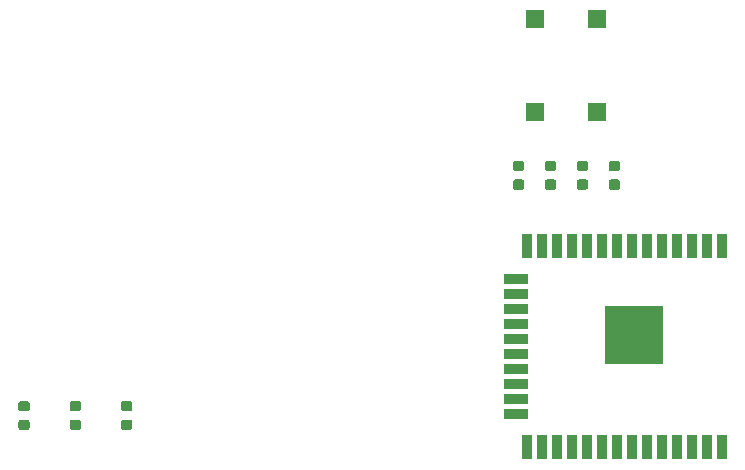
<source format=gbr>
G04 #@! TF.GenerationSoftware,KiCad,Pcbnew,(5.1.5)-3*
G04 #@! TF.CreationDate,2020-10-24T18:19:01+09:00*
G04 #@! TF.ProjectId,wallswitch_schematic_alpha,77616c6c-7377-4697-9463-685f73636865,rev?*
G04 #@! TF.SameCoordinates,Original*
G04 #@! TF.FileFunction,Paste,Top*
G04 #@! TF.FilePolarity,Positive*
%FSLAX46Y46*%
G04 Gerber Fmt 4.6, Leading zero omitted, Abs format (unit mm)*
G04 Created by KiCad (PCBNEW (5.1.5)-3) date 2020-10-24 18:19:01*
%MOMM*%
%LPD*%
G04 APERTURE LIST*
%ADD10R,5.000000X5.000000*%
%ADD11R,0.900000X2.000000*%
%ADD12R,2.000000X0.900000*%
%ADD13C,0.100000*%
%ADD14R,1.500000X1.500000*%
G04 APERTURE END LIST*
D10*
X218215000Y-108080000D03*
D11*
X225715000Y-100580000D03*
X224445000Y-100580000D03*
X223175000Y-100580000D03*
X221905000Y-100580000D03*
X220635000Y-100580000D03*
X219365000Y-100580000D03*
X218095000Y-100580000D03*
X216825000Y-100580000D03*
X215555000Y-100580000D03*
X214285000Y-100580000D03*
X213015000Y-100580000D03*
X211745000Y-100580000D03*
X210475000Y-100580000D03*
X209205000Y-100580000D03*
D12*
X208205000Y-103365000D03*
X208205000Y-104635000D03*
X208205000Y-105905000D03*
X208205000Y-107175000D03*
X208205000Y-108445000D03*
X208205000Y-109715000D03*
X208205000Y-110985000D03*
X208205000Y-112255000D03*
X208205000Y-113525000D03*
X208205000Y-114795000D03*
D11*
X209205000Y-117580000D03*
X210475000Y-117580000D03*
X211745000Y-117580000D03*
X213015000Y-117580000D03*
X214285000Y-117580000D03*
X215555000Y-117580000D03*
X216825000Y-117580000D03*
X218095000Y-117580000D03*
X219365000Y-117580000D03*
X220635000Y-117580000D03*
X221905000Y-117580000D03*
X223175000Y-117580000D03*
X224445000Y-117580000D03*
X225715000Y-117580000D03*
D13*
G36*
X166857191Y-115269553D02*
G01*
X166878426Y-115272703D01*
X166899250Y-115277919D01*
X166919462Y-115285151D01*
X166938868Y-115294330D01*
X166957281Y-115305366D01*
X166974524Y-115318154D01*
X166990430Y-115332570D01*
X167004846Y-115348476D01*
X167017634Y-115365719D01*
X167028670Y-115384132D01*
X167037849Y-115403538D01*
X167045081Y-115423750D01*
X167050297Y-115444574D01*
X167053447Y-115465809D01*
X167054500Y-115487250D01*
X167054500Y-115924750D01*
X167053447Y-115946191D01*
X167050297Y-115967426D01*
X167045081Y-115988250D01*
X167037849Y-116008462D01*
X167028670Y-116027868D01*
X167017634Y-116046281D01*
X167004846Y-116063524D01*
X166990430Y-116079430D01*
X166974524Y-116093846D01*
X166957281Y-116106634D01*
X166938868Y-116117670D01*
X166919462Y-116126849D01*
X166899250Y-116134081D01*
X166878426Y-116139297D01*
X166857191Y-116142447D01*
X166835750Y-116143500D01*
X166323250Y-116143500D01*
X166301809Y-116142447D01*
X166280574Y-116139297D01*
X166259750Y-116134081D01*
X166239538Y-116126849D01*
X166220132Y-116117670D01*
X166201719Y-116106634D01*
X166184476Y-116093846D01*
X166168570Y-116079430D01*
X166154154Y-116063524D01*
X166141366Y-116046281D01*
X166130330Y-116027868D01*
X166121151Y-116008462D01*
X166113919Y-115988250D01*
X166108703Y-115967426D01*
X166105553Y-115946191D01*
X166104500Y-115924750D01*
X166104500Y-115487250D01*
X166105553Y-115465809D01*
X166108703Y-115444574D01*
X166113919Y-115423750D01*
X166121151Y-115403538D01*
X166130330Y-115384132D01*
X166141366Y-115365719D01*
X166154154Y-115348476D01*
X166168570Y-115332570D01*
X166184476Y-115318154D01*
X166201719Y-115305366D01*
X166220132Y-115294330D01*
X166239538Y-115285151D01*
X166259750Y-115277919D01*
X166280574Y-115272703D01*
X166301809Y-115269553D01*
X166323250Y-115268500D01*
X166835750Y-115268500D01*
X166857191Y-115269553D01*
G37*
G36*
X166857191Y-113694553D02*
G01*
X166878426Y-113697703D01*
X166899250Y-113702919D01*
X166919462Y-113710151D01*
X166938868Y-113719330D01*
X166957281Y-113730366D01*
X166974524Y-113743154D01*
X166990430Y-113757570D01*
X167004846Y-113773476D01*
X167017634Y-113790719D01*
X167028670Y-113809132D01*
X167037849Y-113828538D01*
X167045081Y-113848750D01*
X167050297Y-113869574D01*
X167053447Y-113890809D01*
X167054500Y-113912250D01*
X167054500Y-114349750D01*
X167053447Y-114371191D01*
X167050297Y-114392426D01*
X167045081Y-114413250D01*
X167037849Y-114433462D01*
X167028670Y-114452868D01*
X167017634Y-114471281D01*
X167004846Y-114488524D01*
X166990430Y-114504430D01*
X166974524Y-114518846D01*
X166957281Y-114531634D01*
X166938868Y-114542670D01*
X166919462Y-114551849D01*
X166899250Y-114559081D01*
X166878426Y-114564297D01*
X166857191Y-114567447D01*
X166835750Y-114568500D01*
X166323250Y-114568500D01*
X166301809Y-114567447D01*
X166280574Y-114564297D01*
X166259750Y-114559081D01*
X166239538Y-114551849D01*
X166220132Y-114542670D01*
X166201719Y-114531634D01*
X166184476Y-114518846D01*
X166168570Y-114504430D01*
X166154154Y-114488524D01*
X166141366Y-114471281D01*
X166130330Y-114452868D01*
X166121151Y-114433462D01*
X166113919Y-114413250D01*
X166108703Y-114392426D01*
X166105553Y-114371191D01*
X166104500Y-114349750D01*
X166104500Y-113912250D01*
X166105553Y-113890809D01*
X166108703Y-113869574D01*
X166113919Y-113848750D01*
X166121151Y-113828538D01*
X166130330Y-113809132D01*
X166141366Y-113790719D01*
X166154154Y-113773476D01*
X166168570Y-113757570D01*
X166184476Y-113743154D01*
X166201719Y-113730366D01*
X166220132Y-113719330D01*
X166239538Y-113710151D01*
X166259750Y-113702919D01*
X166280574Y-113697703D01*
X166301809Y-113694553D01*
X166323250Y-113693500D01*
X166835750Y-113693500D01*
X166857191Y-113694553D01*
G37*
G36*
X208737691Y-94931053D02*
G01*
X208758926Y-94934203D01*
X208779750Y-94939419D01*
X208799962Y-94946651D01*
X208819368Y-94955830D01*
X208837781Y-94966866D01*
X208855024Y-94979654D01*
X208870930Y-94994070D01*
X208885346Y-95009976D01*
X208898134Y-95027219D01*
X208909170Y-95045632D01*
X208918349Y-95065038D01*
X208925581Y-95085250D01*
X208930797Y-95106074D01*
X208933947Y-95127309D01*
X208935000Y-95148750D01*
X208935000Y-95586250D01*
X208933947Y-95607691D01*
X208930797Y-95628926D01*
X208925581Y-95649750D01*
X208918349Y-95669962D01*
X208909170Y-95689368D01*
X208898134Y-95707781D01*
X208885346Y-95725024D01*
X208870930Y-95740930D01*
X208855024Y-95755346D01*
X208837781Y-95768134D01*
X208819368Y-95779170D01*
X208799962Y-95788349D01*
X208779750Y-95795581D01*
X208758926Y-95800797D01*
X208737691Y-95803947D01*
X208716250Y-95805000D01*
X208203750Y-95805000D01*
X208182309Y-95803947D01*
X208161074Y-95800797D01*
X208140250Y-95795581D01*
X208120038Y-95788349D01*
X208100632Y-95779170D01*
X208082219Y-95768134D01*
X208064976Y-95755346D01*
X208049070Y-95740930D01*
X208034654Y-95725024D01*
X208021866Y-95707781D01*
X208010830Y-95689368D01*
X208001651Y-95669962D01*
X207994419Y-95649750D01*
X207989203Y-95628926D01*
X207986053Y-95607691D01*
X207985000Y-95586250D01*
X207985000Y-95148750D01*
X207986053Y-95127309D01*
X207989203Y-95106074D01*
X207994419Y-95085250D01*
X208001651Y-95065038D01*
X208010830Y-95045632D01*
X208021866Y-95027219D01*
X208034654Y-95009976D01*
X208049070Y-94994070D01*
X208064976Y-94979654D01*
X208082219Y-94966866D01*
X208100632Y-94955830D01*
X208120038Y-94946651D01*
X208140250Y-94939419D01*
X208161074Y-94934203D01*
X208182309Y-94931053D01*
X208203750Y-94930000D01*
X208716250Y-94930000D01*
X208737691Y-94931053D01*
G37*
G36*
X208737691Y-93356053D02*
G01*
X208758926Y-93359203D01*
X208779750Y-93364419D01*
X208799962Y-93371651D01*
X208819368Y-93380830D01*
X208837781Y-93391866D01*
X208855024Y-93404654D01*
X208870930Y-93419070D01*
X208885346Y-93434976D01*
X208898134Y-93452219D01*
X208909170Y-93470632D01*
X208918349Y-93490038D01*
X208925581Y-93510250D01*
X208930797Y-93531074D01*
X208933947Y-93552309D01*
X208935000Y-93573750D01*
X208935000Y-94011250D01*
X208933947Y-94032691D01*
X208930797Y-94053926D01*
X208925581Y-94074750D01*
X208918349Y-94094962D01*
X208909170Y-94114368D01*
X208898134Y-94132781D01*
X208885346Y-94150024D01*
X208870930Y-94165930D01*
X208855024Y-94180346D01*
X208837781Y-94193134D01*
X208819368Y-94204170D01*
X208799962Y-94213349D01*
X208779750Y-94220581D01*
X208758926Y-94225797D01*
X208737691Y-94228947D01*
X208716250Y-94230000D01*
X208203750Y-94230000D01*
X208182309Y-94228947D01*
X208161074Y-94225797D01*
X208140250Y-94220581D01*
X208120038Y-94213349D01*
X208100632Y-94204170D01*
X208082219Y-94193134D01*
X208064976Y-94180346D01*
X208049070Y-94165930D01*
X208034654Y-94150024D01*
X208021866Y-94132781D01*
X208010830Y-94114368D01*
X208001651Y-94094962D01*
X207994419Y-94074750D01*
X207989203Y-94053926D01*
X207986053Y-94032691D01*
X207985000Y-94011250D01*
X207985000Y-93573750D01*
X207986053Y-93552309D01*
X207989203Y-93531074D01*
X207994419Y-93510250D01*
X208001651Y-93490038D01*
X208010830Y-93470632D01*
X208021866Y-93452219D01*
X208034654Y-93434976D01*
X208049070Y-93419070D01*
X208064976Y-93404654D01*
X208082219Y-93391866D01*
X208100632Y-93380830D01*
X208120038Y-93371651D01*
X208140250Y-93364419D01*
X208161074Y-93359203D01*
X208182309Y-93356053D01*
X208203750Y-93355000D01*
X208716250Y-93355000D01*
X208737691Y-93356053D01*
G37*
G36*
X211437691Y-93356053D02*
G01*
X211458926Y-93359203D01*
X211479750Y-93364419D01*
X211499962Y-93371651D01*
X211519368Y-93380830D01*
X211537781Y-93391866D01*
X211555024Y-93404654D01*
X211570930Y-93419070D01*
X211585346Y-93434976D01*
X211598134Y-93452219D01*
X211609170Y-93470632D01*
X211618349Y-93490038D01*
X211625581Y-93510250D01*
X211630797Y-93531074D01*
X211633947Y-93552309D01*
X211635000Y-93573750D01*
X211635000Y-94011250D01*
X211633947Y-94032691D01*
X211630797Y-94053926D01*
X211625581Y-94074750D01*
X211618349Y-94094962D01*
X211609170Y-94114368D01*
X211598134Y-94132781D01*
X211585346Y-94150024D01*
X211570930Y-94165930D01*
X211555024Y-94180346D01*
X211537781Y-94193134D01*
X211519368Y-94204170D01*
X211499962Y-94213349D01*
X211479750Y-94220581D01*
X211458926Y-94225797D01*
X211437691Y-94228947D01*
X211416250Y-94230000D01*
X210903750Y-94230000D01*
X210882309Y-94228947D01*
X210861074Y-94225797D01*
X210840250Y-94220581D01*
X210820038Y-94213349D01*
X210800632Y-94204170D01*
X210782219Y-94193134D01*
X210764976Y-94180346D01*
X210749070Y-94165930D01*
X210734654Y-94150024D01*
X210721866Y-94132781D01*
X210710830Y-94114368D01*
X210701651Y-94094962D01*
X210694419Y-94074750D01*
X210689203Y-94053926D01*
X210686053Y-94032691D01*
X210685000Y-94011250D01*
X210685000Y-93573750D01*
X210686053Y-93552309D01*
X210689203Y-93531074D01*
X210694419Y-93510250D01*
X210701651Y-93490038D01*
X210710830Y-93470632D01*
X210721866Y-93452219D01*
X210734654Y-93434976D01*
X210749070Y-93419070D01*
X210764976Y-93404654D01*
X210782219Y-93391866D01*
X210800632Y-93380830D01*
X210820038Y-93371651D01*
X210840250Y-93364419D01*
X210861074Y-93359203D01*
X210882309Y-93356053D01*
X210903750Y-93355000D01*
X211416250Y-93355000D01*
X211437691Y-93356053D01*
G37*
G36*
X211437691Y-94931053D02*
G01*
X211458926Y-94934203D01*
X211479750Y-94939419D01*
X211499962Y-94946651D01*
X211519368Y-94955830D01*
X211537781Y-94966866D01*
X211555024Y-94979654D01*
X211570930Y-94994070D01*
X211585346Y-95009976D01*
X211598134Y-95027219D01*
X211609170Y-95045632D01*
X211618349Y-95065038D01*
X211625581Y-95085250D01*
X211630797Y-95106074D01*
X211633947Y-95127309D01*
X211635000Y-95148750D01*
X211635000Y-95586250D01*
X211633947Y-95607691D01*
X211630797Y-95628926D01*
X211625581Y-95649750D01*
X211618349Y-95669962D01*
X211609170Y-95689368D01*
X211598134Y-95707781D01*
X211585346Y-95725024D01*
X211570930Y-95740930D01*
X211555024Y-95755346D01*
X211537781Y-95768134D01*
X211519368Y-95779170D01*
X211499962Y-95788349D01*
X211479750Y-95795581D01*
X211458926Y-95800797D01*
X211437691Y-95803947D01*
X211416250Y-95805000D01*
X210903750Y-95805000D01*
X210882309Y-95803947D01*
X210861074Y-95800797D01*
X210840250Y-95795581D01*
X210820038Y-95788349D01*
X210800632Y-95779170D01*
X210782219Y-95768134D01*
X210764976Y-95755346D01*
X210749070Y-95740930D01*
X210734654Y-95725024D01*
X210721866Y-95707781D01*
X210710830Y-95689368D01*
X210701651Y-95669962D01*
X210694419Y-95649750D01*
X210689203Y-95628926D01*
X210686053Y-95607691D01*
X210685000Y-95586250D01*
X210685000Y-95148750D01*
X210686053Y-95127309D01*
X210689203Y-95106074D01*
X210694419Y-95085250D01*
X210701651Y-95065038D01*
X210710830Y-95045632D01*
X210721866Y-95027219D01*
X210734654Y-95009976D01*
X210749070Y-94994070D01*
X210764976Y-94979654D01*
X210782219Y-94966866D01*
X210800632Y-94955830D01*
X210820038Y-94946651D01*
X210840250Y-94939419D01*
X210861074Y-94934203D01*
X210882309Y-94931053D01*
X210903750Y-94930000D01*
X211416250Y-94930000D01*
X211437691Y-94931053D01*
G37*
D14*
X209860000Y-89180000D03*
X209860000Y-81380000D03*
X215060000Y-81380000D03*
X215060000Y-89180000D03*
D13*
G36*
X214137691Y-93343553D02*
G01*
X214158926Y-93346703D01*
X214179750Y-93351919D01*
X214199962Y-93359151D01*
X214219368Y-93368330D01*
X214237781Y-93379366D01*
X214255024Y-93392154D01*
X214270930Y-93406570D01*
X214285346Y-93422476D01*
X214298134Y-93439719D01*
X214309170Y-93458132D01*
X214318349Y-93477538D01*
X214325581Y-93497750D01*
X214330797Y-93518574D01*
X214333947Y-93539809D01*
X214335000Y-93561250D01*
X214335000Y-93998750D01*
X214333947Y-94020191D01*
X214330797Y-94041426D01*
X214325581Y-94062250D01*
X214318349Y-94082462D01*
X214309170Y-94101868D01*
X214298134Y-94120281D01*
X214285346Y-94137524D01*
X214270930Y-94153430D01*
X214255024Y-94167846D01*
X214237781Y-94180634D01*
X214219368Y-94191670D01*
X214199962Y-94200849D01*
X214179750Y-94208081D01*
X214158926Y-94213297D01*
X214137691Y-94216447D01*
X214116250Y-94217500D01*
X213603750Y-94217500D01*
X213582309Y-94216447D01*
X213561074Y-94213297D01*
X213540250Y-94208081D01*
X213520038Y-94200849D01*
X213500632Y-94191670D01*
X213482219Y-94180634D01*
X213464976Y-94167846D01*
X213449070Y-94153430D01*
X213434654Y-94137524D01*
X213421866Y-94120281D01*
X213410830Y-94101868D01*
X213401651Y-94082462D01*
X213394419Y-94062250D01*
X213389203Y-94041426D01*
X213386053Y-94020191D01*
X213385000Y-93998750D01*
X213385000Y-93561250D01*
X213386053Y-93539809D01*
X213389203Y-93518574D01*
X213394419Y-93497750D01*
X213401651Y-93477538D01*
X213410830Y-93458132D01*
X213421866Y-93439719D01*
X213434654Y-93422476D01*
X213449070Y-93406570D01*
X213464976Y-93392154D01*
X213482219Y-93379366D01*
X213500632Y-93368330D01*
X213520038Y-93359151D01*
X213540250Y-93351919D01*
X213561074Y-93346703D01*
X213582309Y-93343553D01*
X213603750Y-93342500D01*
X214116250Y-93342500D01*
X214137691Y-93343553D01*
G37*
G36*
X214137691Y-94918553D02*
G01*
X214158926Y-94921703D01*
X214179750Y-94926919D01*
X214199962Y-94934151D01*
X214219368Y-94943330D01*
X214237781Y-94954366D01*
X214255024Y-94967154D01*
X214270930Y-94981570D01*
X214285346Y-94997476D01*
X214298134Y-95014719D01*
X214309170Y-95033132D01*
X214318349Y-95052538D01*
X214325581Y-95072750D01*
X214330797Y-95093574D01*
X214333947Y-95114809D01*
X214335000Y-95136250D01*
X214335000Y-95573750D01*
X214333947Y-95595191D01*
X214330797Y-95616426D01*
X214325581Y-95637250D01*
X214318349Y-95657462D01*
X214309170Y-95676868D01*
X214298134Y-95695281D01*
X214285346Y-95712524D01*
X214270930Y-95728430D01*
X214255024Y-95742846D01*
X214237781Y-95755634D01*
X214219368Y-95766670D01*
X214199962Y-95775849D01*
X214179750Y-95783081D01*
X214158926Y-95788297D01*
X214137691Y-95791447D01*
X214116250Y-95792500D01*
X213603750Y-95792500D01*
X213582309Y-95791447D01*
X213561074Y-95788297D01*
X213540250Y-95783081D01*
X213520038Y-95775849D01*
X213500632Y-95766670D01*
X213482219Y-95755634D01*
X213464976Y-95742846D01*
X213449070Y-95728430D01*
X213434654Y-95712524D01*
X213421866Y-95695281D01*
X213410830Y-95676868D01*
X213401651Y-95657462D01*
X213394419Y-95637250D01*
X213389203Y-95616426D01*
X213386053Y-95595191D01*
X213385000Y-95573750D01*
X213385000Y-95136250D01*
X213386053Y-95114809D01*
X213389203Y-95093574D01*
X213394419Y-95072750D01*
X213401651Y-95052538D01*
X213410830Y-95033132D01*
X213421866Y-95014719D01*
X213434654Y-94997476D01*
X213449070Y-94981570D01*
X213464976Y-94967154D01*
X213482219Y-94954366D01*
X213500632Y-94943330D01*
X213520038Y-94934151D01*
X213540250Y-94926919D01*
X213561074Y-94921703D01*
X213582309Y-94918553D01*
X213603750Y-94917500D01*
X214116250Y-94917500D01*
X214137691Y-94918553D01*
G37*
G36*
X216837691Y-93356053D02*
G01*
X216858926Y-93359203D01*
X216879750Y-93364419D01*
X216899962Y-93371651D01*
X216919368Y-93380830D01*
X216937781Y-93391866D01*
X216955024Y-93404654D01*
X216970930Y-93419070D01*
X216985346Y-93434976D01*
X216998134Y-93452219D01*
X217009170Y-93470632D01*
X217018349Y-93490038D01*
X217025581Y-93510250D01*
X217030797Y-93531074D01*
X217033947Y-93552309D01*
X217035000Y-93573750D01*
X217035000Y-94011250D01*
X217033947Y-94032691D01*
X217030797Y-94053926D01*
X217025581Y-94074750D01*
X217018349Y-94094962D01*
X217009170Y-94114368D01*
X216998134Y-94132781D01*
X216985346Y-94150024D01*
X216970930Y-94165930D01*
X216955024Y-94180346D01*
X216937781Y-94193134D01*
X216919368Y-94204170D01*
X216899962Y-94213349D01*
X216879750Y-94220581D01*
X216858926Y-94225797D01*
X216837691Y-94228947D01*
X216816250Y-94230000D01*
X216303750Y-94230000D01*
X216282309Y-94228947D01*
X216261074Y-94225797D01*
X216240250Y-94220581D01*
X216220038Y-94213349D01*
X216200632Y-94204170D01*
X216182219Y-94193134D01*
X216164976Y-94180346D01*
X216149070Y-94165930D01*
X216134654Y-94150024D01*
X216121866Y-94132781D01*
X216110830Y-94114368D01*
X216101651Y-94094962D01*
X216094419Y-94074750D01*
X216089203Y-94053926D01*
X216086053Y-94032691D01*
X216085000Y-94011250D01*
X216085000Y-93573750D01*
X216086053Y-93552309D01*
X216089203Y-93531074D01*
X216094419Y-93510250D01*
X216101651Y-93490038D01*
X216110830Y-93470632D01*
X216121866Y-93452219D01*
X216134654Y-93434976D01*
X216149070Y-93419070D01*
X216164976Y-93404654D01*
X216182219Y-93391866D01*
X216200632Y-93380830D01*
X216220038Y-93371651D01*
X216240250Y-93364419D01*
X216261074Y-93359203D01*
X216282309Y-93356053D01*
X216303750Y-93355000D01*
X216816250Y-93355000D01*
X216837691Y-93356053D01*
G37*
G36*
X216837691Y-94931053D02*
G01*
X216858926Y-94934203D01*
X216879750Y-94939419D01*
X216899962Y-94946651D01*
X216919368Y-94955830D01*
X216937781Y-94966866D01*
X216955024Y-94979654D01*
X216970930Y-94994070D01*
X216985346Y-95009976D01*
X216998134Y-95027219D01*
X217009170Y-95045632D01*
X217018349Y-95065038D01*
X217025581Y-95085250D01*
X217030797Y-95106074D01*
X217033947Y-95127309D01*
X217035000Y-95148750D01*
X217035000Y-95586250D01*
X217033947Y-95607691D01*
X217030797Y-95628926D01*
X217025581Y-95649750D01*
X217018349Y-95669962D01*
X217009170Y-95689368D01*
X216998134Y-95707781D01*
X216985346Y-95725024D01*
X216970930Y-95740930D01*
X216955024Y-95755346D01*
X216937781Y-95768134D01*
X216919368Y-95779170D01*
X216899962Y-95788349D01*
X216879750Y-95795581D01*
X216858926Y-95800797D01*
X216837691Y-95803947D01*
X216816250Y-95805000D01*
X216303750Y-95805000D01*
X216282309Y-95803947D01*
X216261074Y-95800797D01*
X216240250Y-95795581D01*
X216220038Y-95788349D01*
X216200632Y-95779170D01*
X216182219Y-95768134D01*
X216164976Y-95755346D01*
X216149070Y-95740930D01*
X216134654Y-95725024D01*
X216121866Y-95707781D01*
X216110830Y-95689368D01*
X216101651Y-95669962D01*
X216094419Y-95649750D01*
X216089203Y-95628926D01*
X216086053Y-95607691D01*
X216085000Y-95586250D01*
X216085000Y-95148750D01*
X216086053Y-95127309D01*
X216089203Y-95106074D01*
X216094419Y-95085250D01*
X216101651Y-95065038D01*
X216110830Y-95045632D01*
X216121866Y-95027219D01*
X216134654Y-95009976D01*
X216149070Y-94994070D01*
X216164976Y-94979654D01*
X216182219Y-94966866D01*
X216200632Y-94955830D01*
X216220038Y-94946651D01*
X216240250Y-94939419D01*
X216261074Y-94934203D01*
X216282309Y-94931053D01*
X216303750Y-94930000D01*
X216816250Y-94930000D01*
X216837691Y-94931053D01*
G37*
G36*
X171207191Y-113694553D02*
G01*
X171228426Y-113697703D01*
X171249250Y-113702919D01*
X171269462Y-113710151D01*
X171288868Y-113719330D01*
X171307281Y-113730366D01*
X171324524Y-113743154D01*
X171340430Y-113757570D01*
X171354846Y-113773476D01*
X171367634Y-113790719D01*
X171378670Y-113809132D01*
X171387849Y-113828538D01*
X171395081Y-113848750D01*
X171400297Y-113869574D01*
X171403447Y-113890809D01*
X171404500Y-113912250D01*
X171404500Y-114349750D01*
X171403447Y-114371191D01*
X171400297Y-114392426D01*
X171395081Y-114413250D01*
X171387849Y-114433462D01*
X171378670Y-114452868D01*
X171367634Y-114471281D01*
X171354846Y-114488524D01*
X171340430Y-114504430D01*
X171324524Y-114518846D01*
X171307281Y-114531634D01*
X171288868Y-114542670D01*
X171269462Y-114551849D01*
X171249250Y-114559081D01*
X171228426Y-114564297D01*
X171207191Y-114567447D01*
X171185750Y-114568500D01*
X170673250Y-114568500D01*
X170651809Y-114567447D01*
X170630574Y-114564297D01*
X170609750Y-114559081D01*
X170589538Y-114551849D01*
X170570132Y-114542670D01*
X170551719Y-114531634D01*
X170534476Y-114518846D01*
X170518570Y-114504430D01*
X170504154Y-114488524D01*
X170491366Y-114471281D01*
X170480330Y-114452868D01*
X170471151Y-114433462D01*
X170463919Y-114413250D01*
X170458703Y-114392426D01*
X170455553Y-114371191D01*
X170454500Y-114349750D01*
X170454500Y-113912250D01*
X170455553Y-113890809D01*
X170458703Y-113869574D01*
X170463919Y-113848750D01*
X170471151Y-113828538D01*
X170480330Y-113809132D01*
X170491366Y-113790719D01*
X170504154Y-113773476D01*
X170518570Y-113757570D01*
X170534476Y-113743154D01*
X170551719Y-113730366D01*
X170570132Y-113719330D01*
X170589538Y-113710151D01*
X170609750Y-113702919D01*
X170630574Y-113697703D01*
X170651809Y-113694553D01*
X170673250Y-113693500D01*
X171185750Y-113693500D01*
X171207191Y-113694553D01*
G37*
G36*
X171207191Y-115269553D02*
G01*
X171228426Y-115272703D01*
X171249250Y-115277919D01*
X171269462Y-115285151D01*
X171288868Y-115294330D01*
X171307281Y-115305366D01*
X171324524Y-115318154D01*
X171340430Y-115332570D01*
X171354846Y-115348476D01*
X171367634Y-115365719D01*
X171378670Y-115384132D01*
X171387849Y-115403538D01*
X171395081Y-115423750D01*
X171400297Y-115444574D01*
X171403447Y-115465809D01*
X171404500Y-115487250D01*
X171404500Y-115924750D01*
X171403447Y-115946191D01*
X171400297Y-115967426D01*
X171395081Y-115988250D01*
X171387849Y-116008462D01*
X171378670Y-116027868D01*
X171367634Y-116046281D01*
X171354846Y-116063524D01*
X171340430Y-116079430D01*
X171324524Y-116093846D01*
X171307281Y-116106634D01*
X171288868Y-116117670D01*
X171269462Y-116126849D01*
X171249250Y-116134081D01*
X171228426Y-116139297D01*
X171207191Y-116142447D01*
X171185750Y-116143500D01*
X170673250Y-116143500D01*
X170651809Y-116142447D01*
X170630574Y-116139297D01*
X170609750Y-116134081D01*
X170589538Y-116126849D01*
X170570132Y-116117670D01*
X170551719Y-116106634D01*
X170534476Y-116093846D01*
X170518570Y-116079430D01*
X170504154Y-116063524D01*
X170491366Y-116046281D01*
X170480330Y-116027868D01*
X170471151Y-116008462D01*
X170463919Y-115988250D01*
X170458703Y-115967426D01*
X170455553Y-115946191D01*
X170454500Y-115924750D01*
X170454500Y-115487250D01*
X170455553Y-115465809D01*
X170458703Y-115444574D01*
X170463919Y-115423750D01*
X170471151Y-115403538D01*
X170480330Y-115384132D01*
X170491366Y-115365719D01*
X170504154Y-115348476D01*
X170518570Y-115332570D01*
X170534476Y-115318154D01*
X170551719Y-115305366D01*
X170570132Y-115294330D01*
X170589538Y-115285151D01*
X170609750Y-115277919D01*
X170630574Y-115272703D01*
X170651809Y-115269553D01*
X170673250Y-115268500D01*
X171185750Y-115268500D01*
X171207191Y-115269553D01*
G37*
G36*
X175557191Y-115257053D02*
G01*
X175578426Y-115260203D01*
X175599250Y-115265419D01*
X175619462Y-115272651D01*
X175638868Y-115281830D01*
X175657281Y-115292866D01*
X175674524Y-115305654D01*
X175690430Y-115320070D01*
X175704846Y-115335976D01*
X175717634Y-115353219D01*
X175728670Y-115371632D01*
X175737849Y-115391038D01*
X175745081Y-115411250D01*
X175750297Y-115432074D01*
X175753447Y-115453309D01*
X175754500Y-115474750D01*
X175754500Y-115912250D01*
X175753447Y-115933691D01*
X175750297Y-115954926D01*
X175745081Y-115975750D01*
X175737849Y-115995962D01*
X175728670Y-116015368D01*
X175717634Y-116033781D01*
X175704846Y-116051024D01*
X175690430Y-116066930D01*
X175674524Y-116081346D01*
X175657281Y-116094134D01*
X175638868Y-116105170D01*
X175619462Y-116114349D01*
X175599250Y-116121581D01*
X175578426Y-116126797D01*
X175557191Y-116129947D01*
X175535750Y-116131000D01*
X175023250Y-116131000D01*
X175001809Y-116129947D01*
X174980574Y-116126797D01*
X174959750Y-116121581D01*
X174939538Y-116114349D01*
X174920132Y-116105170D01*
X174901719Y-116094134D01*
X174884476Y-116081346D01*
X174868570Y-116066930D01*
X174854154Y-116051024D01*
X174841366Y-116033781D01*
X174830330Y-116015368D01*
X174821151Y-115995962D01*
X174813919Y-115975750D01*
X174808703Y-115954926D01*
X174805553Y-115933691D01*
X174804500Y-115912250D01*
X174804500Y-115474750D01*
X174805553Y-115453309D01*
X174808703Y-115432074D01*
X174813919Y-115411250D01*
X174821151Y-115391038D01*
X174830330Y-115371632D01*
X174841366Y-115353219D01*
X174854154Y-115335976D01*
X174868570Y-115320070D01*
X174884476Y-115305654D01*
X174901719Y-115292866D01*
X174920132Y-115281830D01*
X174939538Y-115272651D01*
X174959750Y-115265419D01*
X174980574Y-115260203D01*
X175001809Y-115257053D01*
X175023250Y-115256000D01*
X175535750Y-115256000D01*
X175557191Y-115257053D01*
G37*
G36*
X175557191Y-113682053D02*
G01*
X175578426Y-113685203D01*
X175599250Y-113690419D01*
X175619462Y-113697651D01*
X175638868Y-113706830D01*
X175657281Y-113717866D01*
X175674524Y-113730654D01*
X175690430Y-113745070D01*
X175704846Y-113760976D01*
X175717634Y-113778219D01*
X175728670Y-113796632D01*
X175737849Y-113816038D01*
X175745081Y-113836250D01*
X175750297Y-113857074D01*
X175753447Y-113878309D01*
X175754500Y-113899750D01*
X175754500Y-114337250D01*
X175753447Y-114358691D01*
X175750297Y-114379926D01*
X175745081Y-114400750D01*
X175737849Y-114420962D01*
X175728670Y-114440368D01*
X175717634Y-114458781D01*
X175704846Y-114476024D01*
X175690430Y-114491930D01*
X175674524Y-114506346D01*
X175657281Y-114519134D01*
X175638868Y-114530170D01*
X175619462Y-114539349D01*
X175599250Y-114546581D01*
X175578426Y-114551797D01*
X175557191Y-114554947D01*
X175535750Y-114556000D01*
X175023250Y-114556000D01*
X175001809Y-114554947D01*
X174980574Y-114551797D01*
X174959750Y-114546581D01*
X174939538Y-114539349D01*
X174920132Y-114530170D01*
X174901719Y-114519134D01*
X174884476Y-114506346D01*
X174868570Y-114491930D01*
X174854154Y-114476024D01*
X174841366Y-114458781D01*
X174830330Y-114440368D01*
X174821151Y-114420962D01*
X174813919Y-114400750D01*
X174808703Y-114379926D01*
X174805553Y-114358691D01*
X174804500Y-114337250D01*
X174804500Y-113899750D01*
X174805553Y-113878309D01*
X174808703Y-113857074D01*
X174813919Y-113836250D01*
X174821151Y-113816038D01*
X174830330Y-113796632D01*
X174841366Y-113778219D01*
X174854154Y-113760976D01*
X174868570Y-113745070D01*
X174884476Y-113730654D01*
X174901719Y-113717866D01*
X174920132Y-113706830D01*
X174939538Y-113697651D01*
X174959750Y-113690419D01*
X174980574Y-113685203D01*
X175001809Y-113682053D01*
X175023250Y-113681000D01*
X175535750Y-113681000D01*
X175557191Y-113682053D01*
G37*
M02*

</source>
